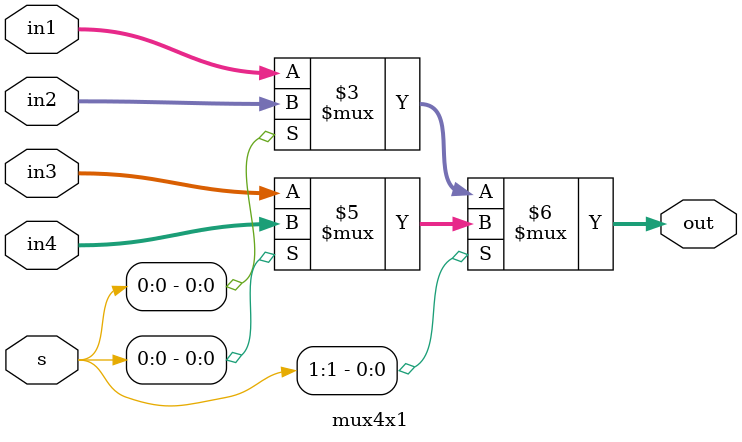
<source format=v>
module mux4x1 #(parameter size = 32) (in1, in2,in3,in4, s, out);    

	// inputs	
	input [1:0] s;
	input [size-1:0] in1, in2, in3, in4;
	
	// outputs
	output [size-1:0] out;

	// Unit logic
	assign out = (~s[1]) ? (~s[0] ? in1:in2) : (~s[0] ? in3:in4);
	
endmodule
</source>
